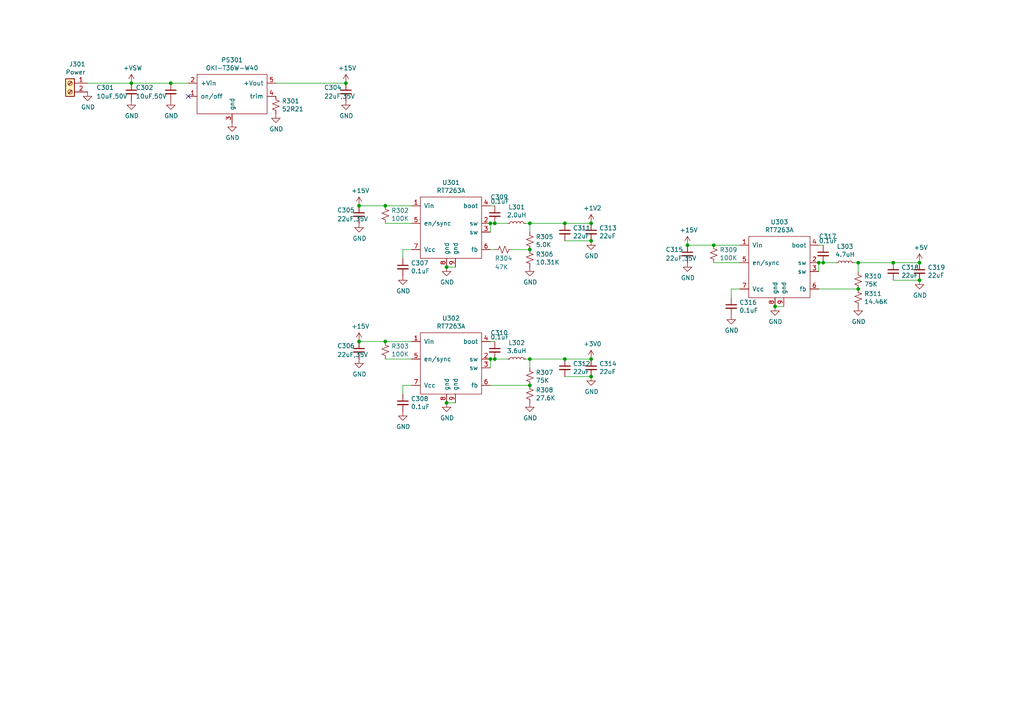
<source format=kicad_sch>
(kicad_sch (version 20230121) (generator eeschema)
  (paper "A4")
  (lib_symbols
    (symbol "Connector:Screw_Terminal_01x02" (pin_names (offset 1.016) hide)
      (property "Reference" "J" (at 0 2.54 0))
      (property "Value" "Screw_Terminal_01x02" (at 0 -5.08 0))
      (symbol "Screw_Terminal_01x02_1_1"
        (rectangle (start -1.27 1.27) (end 1.27 -3.81) (stroke (width 0.254)) (fill (type background)))
        (circle (center 0 -2.54) (radius 0.635) (stroke (width 0.1524)))
        (polyline (pts (xy -0.5334 -2.2098) (xy 0.3302 -3.048)) (stroke (width 0.1524)))
        (polyline (pts (xy -0.5334 0.3302) (xy 0.3302 -0.508)) (stroke (width 0.1524)))
        (polyline (pts (xy -0.3556 -2.032) (xy 0.508 -2.8702)) (stroke (width 0.1524)))
        (polyline (pts (xy -0.3556 0.508) (xy 0.508 -0.3302)) (stroke (width 0.1524)))
        (circle (center 0 0) (radius 0.635) (stroke (width 0.1524)))
        (pin passive line (at -5.08 0 0) (length 3.81) (name "Pin_1") (number "1"))
        (pin passive line (at -5.08 -2.54 0) (length 3.81) (name "Pin_2") (number "2"))
      )
    )
    (symbol "Device:C_Small" (pin_numbers hide) (pin_names (offset 0.254) hide)
      (property "Reference" "C" (at 0.254 1.778 0))
      (property "Value" "C_Small" (at 0.254 -2.032 0))
      (symbol "C_Small_0_1"
        (polyline (pts (xy -1.524 -0.508) (xy 1.524 -0.508)) (stroke (width 0.3302)))
        (polyline (pts (xy -1.524 0.508) (xy 1.524 0.508)) (stroke (width 0.3048)))
      )
      (symbol "C_Small_1_1"
        (pin passive line (at 0 2.54 270) (length 2.032) (name "~") (number "1"))
        (pin passive line (at 0 -2.54 90) (length 2.032) (name "~") (number "2"))
      )
    )
    (symbol "Device:L_Small" (pin_numbers hide) (pin_names (offset 0.254) hide)
      (property "Reference" "L" (at 0.762 1.016 0))
      (property "Value" "L_Small" (at 0.762 -1.016 0))
      (symbol "L_Small_0_1"
        (arc (start 0 -2.032) (mid 0.5058 -1.524) (end 0 -1.016))
        (arc (start 0 -1.016) (mid 0.5058 -0.508) (end 0 0))
        (arc (start 0 0) (mid 0.5058 0.508) (end 0 1.016))
        (arc (start 0 1.016) (mid 0.5058 1.524) (end 0 2.032))
      )
      (symbol "L_Small_1_1"
        (pin passive line (at 0 2.54 270) (length 0.508) (name "~") (number "1"))
        (pin passive line (at 0 -2.54 90) (length 0.508) (name "~") (number "2"))
      )
    )
    (symbol "Device:R_Small_US" (pin_numbers hide) (pin_names (offset 0.254) hide)
      (property "Reference" "R" (at 0.762 0.508 0))
      (property "Value" "R_Small_US" (at 0.762 -1.016 0))
      (symbol "R_Small_US_1_1"
        (polyline (pts (xy 0 0) (xy 1.016 -0.381) (xy 0 -0.762) (xy -1.016 -1.143) (xy 0 -1.524)))
        (polyline (pts (xy 0 1.524) (xy 1.016 1.143) (xy 0 0.762) (xy -1.016 0.381) (xy 0 0)))
        (pin passive line (at 0 2.54 270) (length 1.016) (name "~") (number "1"))
        (pin passive line (at 0 -2.54 90) (length 1.016) (name "~") (number "2"))
      )
    )
    (symbol "holo:OKI-T36W-W40" (pin_names (offset 1.016))
      (property "Reference" "PS" (at -8.89 6.35 0))
      (property "Value" "OKI-T36W-W40" (at -2.54 3.81 0))
      (symbol "OKI-T36W-W40_0_1"
        (rectangle (start -10.16 2.54) (end 10.16 -8.89))
      )
      (symbol "OKI-T36W-W40_1_1"
        (pin input line (at -12.7 -3.81 0) (length 2.54) (name "on/off") (number "1"))
        (pin input line (at -12.7 0 0) (length 2.54) (name "+Vin") (number "2"))
        (pin input line (at 0 -11.43 90) (length 2.54) (name "gnd") (number "3"))
        (pin input line (at 12.7 -3.81 180) (length 2.54) (name "trim") (number "4"))
        (pin input line (at 12.7 0 180) (length 2.54) (name "+Vout") (number "5"))
      )
    )
    (symbol "holo:RT7263A" (pin_names (offset 1.016))
      (property "Reference" "U" (at -2.54 15.24 0))
      (property "Value" "RT7263A" (at 1.27 12.7 0))
      (symbol "RT7263A_0_1"
        (rectangle (start -6.35 8.89) (end 11.43 -8.89))
      )
      (symbol "RT7263A_1_1"
        (pin power_in line (at -8.89 6.35 0) (length 2.54) (name "Vin") (number "1"))
        (pin power_in line (at 13.97 1.27 180) (length 2.54) (name "sw") (number "2"))
        (pin power_out line (at 13.97 -1.27 180) (length 2.54) (name "sw") (number "3"))
        (pin power_out line (at 13.97 6.35 180) (length 2.54) (name "boot") (number "4"))
        (pin power_out line (at -8.89 1.27 0) (length 2.54) (name "en/sync") (number "5"))
        (pin power_out line (at 13.97 -6.35 180) (length 2.54) (name "fb") (number "6"))
        (pin power_out line (at -8.89 -6.35 0) (length 2.54) (name "Vcc") (number "7"))
        (pin power_out line (at 1.27 -11.43 90) (length 2.54) (name "gnd") (number "8"))
        (pin power_out line (at 3.81 -11.43 90) (length 2.54) (name "gnd") (number "9"))
      )
    )
    (symbol "power:+15V" (power) (pin_names (offset 0))
      (property "Value" "+15V" (at 0 3.556 0))
      (symbol "+15V_0_1"
        (polyline (pts (xy -0.762 1.27) (xy 0 2.54)))
        (polyline (pts (xy 0 0) (xy 0 2.54)))
        (polyline (pts (xy 0 2.54) (xy 0.762 1.27)))
      )
      (symbol "+15V_1_1"
        (pin power_in line (at 0 0 90) (length 0) hide (name "+15V") (number "1"))
      )
    )
    (symbol "power:+1V2" (power) (pin_names (offset 0))
      (property "Value" "+1V2" (at 0 3.556 0))
      (symbol "+1V2_0_1"
        (polyline (pts (xy -0.762 1.27) (xy 0 2.54)))
        (polyline (pts (xy 0 0) (xy 0 2.54)))
        (polyline (pts (xy 0 2.54) (xy 0.762 1.27)))
      )
      (symbol "+1V2_1_1"
        (pin power_in line (at 0 0 90) (length 0) hide (name "+1V2") (number "1"))
      )
    )
    (symbol "power:+3V0" (power) (pin_names (offset 0))
      (property "Value" "+3V0" (at 0 3.556 0))
      (symbol "+3V0_0_1"
        (polyline (pts (xy -0.762 1.27) (xy 0 2.54)))
        (polyline (pts (xy 0 0) (xy 0 2.54)))
        (polyline (pts (xy 0 2.54) (xy 0.762 1.27)))
      )
      (symbol "+3V0_1_1"
        (pin power_in line (at 0 0 90) (length 0) hide (name "+3V0") (number "1"))
      )
    )
    (symbol "power:+5V" (power) (pin_names (offset 0))
      (property "Value" "+5V" (at 0 3.556 0))
      (symbol "+5V_0_1"
        (polyline (pts (xy -0.762 1.27) (xy 0 2.54)))
        (polyline (pts (xy 0 0) (xy 0 2.54)))
        (polyline (pts (xy 0 2.54) (xy 0.762 1.27)))
      )
      (symbol "+5V_1_1"
        (pin power_in line (at 0 0 90) (length 0) hide (name "+5V") (number "1"))
      )
    )
    (symbol "power:+VSW" (power) (pin_names (offset 0))
      (property "Value" "+VSW" (at 0 3.556 0))
      (symbol "+VSW_0_1"
        (polyline (pts (xy -0.762 1.27) (xy 0 2.54)))
        (polyline (pts (xy 0 0) (xy 0 2.54)))
        (polyline (pts (xy 0 2.54) (xy 0.762 1.27)))
      )
      (symbol "+VSW_1_1"
        (pin power_in line (at 0 0 90) (length 0) hide (name "+VSW") (number "1"))
      )
    )
    (symbol "power:GND" (power) (pin_names (offset 0))
      (property "Value" "GND" (at 0 -3.81 0))
      (symbol "GND_0_1"
        (polyline (pts (xy 0 0) (xy 0 -1.27) (xy 1.27 -1.27) (xy 0 -2.54) (xy -1.27 -1.27) (xy 0 -1.27)))
      )
      (symbol "GND_1_1"
        (pin power_in line (at 0 0 270) (length 0) hide (name "GND") (number "1"))
      )
    )
  )
  (junction (at 111.76 99.06))
  (junction (at 38.1 24.13))
  (junction (at 199.39 71.12))
  (junction (at 111.76 59.69))
  (junction (at 171.45 109.22))
  (junction (at 104.14 99.06))
  (junction (at 153.67 64.77))
  (junction (at 153.67 111.76))
  (junction (at 238.76 76.2))
  (junction (at 143.51 104.14))
  (junction (at 163.83 64.77))
  (junction (at 163.83 104.14))
  (junction (at 207.01 71.12))
  (junction (at 104.14 59.69))
  (junction (at 266.7 76.2))
  (junction (at 153.67 104.14))
  (junction (at 129.54 77.47))
  (junction (at 100.33 24.13))
  (junction (at 224.79 88.9))
  (junction (at 171.45 104.14))
  (junction (at 248.92 76.2))
  (junction (at 49.53 24.13))
  (junction (at 142.24 64.77))
  (junction (at 171.45 64.77))
  (junction (at 171.45 69.85))
  (junction (at 266.7 81.28))
  (junction (at 143.51 64.77))
  (junction (at 153.67 72.39))
  (junction (at 237.49 76.2))
  (junction (at 142.24 104.14))
  (junction (at 129.54 116.84))
  (junction (at 259.08 76.2))
  (junction (at 248.92 83.82))
  (no_connect (at 54.61 27.94))
  (wire (pts (xy 119.38 111.76) (xy 116.84 111.76)))
  (wire (pts (xy 38.1 24.13) (xy 49.53 24.13)))
  (wire (pts (xy 142.24 111.76) (xy 153.67 111.76)))
  (wire (pts (xy 111.76 64.77) (xy 119.38 64.77)))
  (wire (pts (xy 163.83 104.14) (xy 171.45 104.14)))
  (wire (pts (xy 142.24 67.31) (xy 142.24 64.77)))
  (wire (pts (xy 143.51 72.39) (xy 142.24 72.39)))
  (wire (pts (xy 153.67 67.31) (xy 153.67 64.77)))
  (wire (pts (xy 207.01 71.12) (xy 214.63 71.12)))
  (wire (pts (xy 104.14 59.69) (xy 111.76 59.69)))
  (wire (pts (xy 143.51 104.14) (xy 147.32 104.14)))
  (wire (pts (xy 248.92 78.74) (xy 248.92 76.2)))
  (wire (pts (xy 153.67 106.68) (xy 153.67 104.14)))
  (wire (pts (xy 142.24 106.68) (xy 142.24 104.14)))
  (wire (pts (xy 129.54 77.47) (xy 132.08 77.47)))
  (wire (pts (xy 238.76 76.2) (xy 242.57 76.2)))
  (wire (pts (xy 163.83 109.22) (xy 171.45 109.22)))
  (wire (pts (xy 148.59 72.39) (xy 153.67 72.39)))
  (wire (pts (xy 163.83 64.77) (xy 171.45 64.77)))
  (wire (pts (xy 142.24 64.77) (xy 143.51 64.77)))
  (wire (pts (xy 237.49 71.12) (xy 238.76 71.12)))
  (wire (pts (xy 111.76 59.69) (xy 119.38 59.69)))
  (wire (pts (xy 237.49 83.82) (xy 248.92 83.82)))
  (wire (pts (xy 247.65 76.2) (xy 248.92 76.2)))
  (wire (pts (xy 237.49 76.2) (xy 238.76 76.2)))
  (wire (pts (xy 212.09 83.82) (xy 212.09 86.36)))
  (wire (pts (xy 152.4 104.14) (xy 153.67 104.14)))
  (wire (pts (xy 207.01 76.2) (xy 214.63 76.2)))
  (wire (pts (xy 142.24 99.06) (xy 143.51 99.06)))
  (wire (pts (xy 104.14 99.06) (xy 111.76 99.06)))
  (wire (pts (xy 248.92 76.2) (xy 259.08 76.2)))
  (wire (pts (xy 80.01 24.13) (xy 100.33 24.13)))
  (wire (pts (xy 259.08 76.2) (xy 266.7 76.2)))
  (wire (pts (xy 142.24 59.69) (xy 143.51 59.69)))
  (wire (pts (xy 163.83 69.85) (xy 171.45 69.85)))
  (wire (pts (xy 199.39 71.12) (xy 207.01 71.12)))
  (wire (pts (xy 49.53 24.13) (xy 54.61 24.13)))
  (wire (pts (xy 153.67 104.14) (xy 163.83 104.14)))
  (wire (pts (xy 152.4 64.77) (xy 153.67 64.77)))
  (wire (pts (xy 142.24 104.14) (xy 143.51 104.14)))
  (wire (pts (xy 143.51 64.77) (xy 147.32 64.77)))
  (wire (pts (xy 153.67 64.77) (xy 163.83 64.77)))
  (wire (pts (xy 111.76 99.06) (xy 119.38 99.06)))
  (wire (pts (xy 111.76 104.14) (xy 119.38 104.14)))
  (wire (pts (xy 214.63 83.82) (xy 212.09 83.82)))
  (wire (pts (xy 25.4 24.13) (xy 38.1 24.13)))
  (wire (pts (xy 116.84 72.39) (xy 116.84 74.93)))
  (wire (pts (xy 259.08 81.28) (xy 266.7 81.28)))
  (wire (pts (xy 116.84 111.76) (xy 116.84 114.3)))
  (wire (pts (xy 224.79 88.9) (xy 227.33 88.9)))
  (wire (pts (xy 119.38 72.39) (xy 116.84 72.39)))
  (wire (pts (xy 129.54 116.84) (xy 132.08 116.84)))
  (wire (pts (xy 237.49 78.74) (xy 237.49 76.2)))
  (symbol (lib_id "Device:C_Small") (at 163.83 67.31 0) (unit 1)
    (property "Reference" "C311" (at 166.1668 66.1416 0) (effects (justify left)))
    (property "Value" "22uF" (at 166.1668 68.453 0) (effects (justify left)))
    (property "Footprint" "Capacitor_SMD:C_1210_3225Metric" (effects hide))
    (property "Datasheet" "1276-1851-1-ND" (effects hide))
  )
  (symbol (lib_id "power:+3V0") (at 171.45 104.14 0) (unit 1)
    (property "Reference" "#PWR0321" (effects hide))
    (property "Value" "+3V0" (at 171.831 99.7458 0))
  )
  (symbol (lib_id "power:+1V2") (at 171.45 64.77 0) (unit 1)
    (property "Reference" "#PWR0319" (effects hide))
    (property "Value" "+1V2" (at 171.831 60.3758 0))
  )
  (symbol (lib_id "Connector:Screw_Terminal_01x02") (at 20.32 24.13 0) (mirror y) (unit 1)
    (property "Reference" "J301" (at 22.4028 18.6182 0))
    (property "Value" "Power " (at 22.4028 20.9296 0))
    (property "Footprint" "Connector_Molex:Molex_70555_RA_1x02_P2.54" (effects hide))
    (property "Datasheet" "WM14786" (effects hide))
  )
  (symbol (lib_id "power:GND") (at 25.4 26.67 0) (unit 1)
    (property "Reference" "#PWR0301" (effects hide))
    (property "Value" "GND" (at 25.527 31.0642 0))
  )
  (symbol (lib_id "Device:C_Small") (at 116.84 77.47 0) (unit 1)
    (property "Reference" "C307" (at 119.1768 76.3016 0) (effects (justify left)))
    (property "Value" "0.1uF" (at 119.1768 78.613 0) (effects (justify left)))
    (property "Footprint" "Capacitor_SMD:C_0402_1005Metric" (effects hide))
    (property "Datasheet" "1276-1044-1-ND" (effects hide))
  )
  (symbol (lib_id "Device:C_Small") (at 171.45 67.31 0) (unit 1)
    (property "Reference" "C313" (at 173.7868 66.1416 0) (effects (justify left)))
    (property "Value" "22uF" (at 173.7868 68.453 0) (effects (justify left)))
    (property "Footprint" "Capacitor_SMD:C_1210_3225Metric" (effects hide))
    (property "Datasheet" "1276-1851-1-ND" (effects hide))
  )
  (symbol (lib_id "power:GND") (at 129.54 77.47 0) (unit 1)
    (property "Reference" "#PWR0315" (effects hide))
    (property "Value" "GND" (at 129.667 81.8642 0))
  )
  (symbol (lib_id "Device:C_Small") (at 104.14 62.23 0) (unit 1)
    (property "Reference" "C305" (at 97.79 60.96 0) (effects (justify left)))
    (property "Value" "22uF,35V" (at 97.79 63.5 0) (effects (justify left)))
    (property "Footprint" "Capacitor_SMD:C_1210_3225Metric" (effects hide))
    (property "Datasheet" "587-5853-1-ND" (effects hide))
  )
  (symbol (lib_id "power:+15V") (at 104.14 59.69 0) (unit 1)
    (property "Reference" "#PWR0309" (effects hide))
    (property "Value" "+15V" (at 104.521 55.2958 0))
  )
  (symbol (lib_id "power:GND") (at 104.14 64.77 0) (unit 1)
    (property "Reference" "#PWR0310" (effects hide))
    (property "Value" "GND" (at 104.267 69.1642 0))
  )
  (symbol (lib_id "Device:R_Small_US") (at 153.67 69.85 0) (unit 1)
    (property "Reference" "R305" (at 155.3972 68.6816 0) (effects (justify left)))
    (property "Value" "5.0K" (at 155.3972 70.993 0) (effects (justify left)))
    (property "Footprint" "Resistor_SMD:R_0402_1005Metric" (effects hide))
    (property "Datasheet" "541-3972-1-ND" (effects hide))
  )
  (symbol (lib_id "Device:R_Small_US") (at 153.67 74.93 0) (unit 1)
    (property "Reference" "R306" (at 155.3972 73.7616 0) (effects (justify left)))
    (property "Value" "10.31K" (at 155.3972 76.073 0) (effects (justify left)))
    (property "Footprint" "Resistor_SMD:R_0402_1005Metric" (effects hide))
    (property "Datasheet" "RR12P10.2KDCT-ND" (effects hide))
  )
  (symbol (lib_id "Device:L_Small") (at 149.86 64.77 90) (unit 1)
    (property "Reference" "L301" (at 149.86 60.071 90))
    (property "Value" "2.0uH" (at 149.86 62.3824 90))
    (property "Footprint" "holo:NR8040" (effects hide))
    (property "Datasheet" "587-1997-1-ND" (effects hide))
  )
  (symbol (lib_id "power:GND") (at 153.67 77.47 0) (unit 1)
    (property "Reference" "#PWR0317" (effects hide))
    (property "Value" "GND" (at 153.797 81.8642 0))
  )
  (symbol (lib_id "power:GND") (at 171.45 69.85 0) (unit 1)
    (property "Reference" "#PWR0320" (effects hide))
    (property "Value" "GND" (at 171.577 74.2442 0))
  )
  (symbol (lib_id "holo:RT7263A") (at 128.27 66.04 0) (unit 1)
    (property "Reference" "U301" (at 130.81 52.959 0))
    (property "Value" "RT7263A" (at 130.81 55.2704 0))
    (property "Footprint" "holo:SOP-EP-8_3.9x4.9mm_P1.27mm" (effects hide))
    (property "Datasheet" "1028-1217-1-ND" (effects hide))
  )
  (symbol (lib_id "Device:R_Small_US") (at 146.05 72.39 270) (unit 1)
    (property "Reference" "R304" (at 143.51 74.93 90) (effects (justify left)))
    (property "Value" "47K" (at 143.51 77.47 90) (effects (justify left)))
    (property "Footprint" "Resistor_SMD:R_0402_1005Metric" (effects hide))
    (property "Datasheet" "541-3966-1-ND" (effects hide))
  )
  (symbol (lib_id "power:GND") (at 116.84 80.01 0) (unit 1)
    (property "Reference" "#PWR0313" (effects hide))
    (property "Value" "GND" (at 116.967 84.4042 0))
  )
  (symbol (lib_id "Device:C_Small") (at 143.51 62.23 0) (unit 1)
    (property "Reference" "C309" (at 142.24 57.15 0) (effects (justify left)))
    (property "Value" "0.1uF" (at 142.24 58.42 0) (effects (justify left)))
    (property "Footprint" "Capacitor_SMD:C_0402_1005Metric" (effects hide))
    (property "Datasheet" "1276-1044-1-ND" (effects hide))
  )
  (symbol (lib_id "Device:R_Small_US") (at 111.76 62.23 0) (unit 1)
    (property "Reference" "R302" (at 113.4872 61.0616 0) (effects (justify left)))
    (property "Value" "100K" (at 113.4872 63.373 0) (effects (justify left)))
    (property "Footprint" "Resistor_SMD:R_0402_1005Metric" (effects hide))
    (property "Datasheet" "RMCS0402JT100KCT-ND" (effects hide))
  )
  (symbol (lib_id "Device:C_Small") (at 116.84 116.84 0) (unit 1)
    (property "Reference" "C308" (at 119.1768 115.6716 0) (effects (justify left)))
    (property "Value" "0.1uF" (at 119.1768 117.983 0) (effects (justify left)))
    (property "Footprint" "Capacitor_SMD:C_0402_1005Metric" (effects hide))
    (property "Datasheet" "1276-1044-1-ND" (effects hide))
  )
  (symbol (lib_id "power:GND") (at 129.54 116.84 0) (unit 1)
    (property "Reference" "#PWR0316" (effects hide))
    (property "Value" "GND" (at 129.667 121.2342 0))
  )
  (symbol (lib_id "Device:C_Small") (at 171.45 106.68 0) (unit 1)
    (property "Reference" "C314" (at 173.7868 105.5116 0) (effects (justify left)))
    (property "Value" "22uF" (at 173.7868 107.823 0) (effects (justify left)))
    (property "Footprint" "Capacitor_SMD:C_1210_3225Metric" (effects hide))
    (property "Datasheet" "1276-1851-1-ND" (effects hide))
  )
  (symbol (lib_id "power:GND") (at 171.45 109.22 0) (unit 1)
    (property "Reference" "#PWR0322" (effects hide))
    (property "Value" "GND" (at 171.577 113.6142 0))
  )
  (symbol (lib_id "power:GND") (at 153.67 116.84 0) (unit 1)
    (property "Reference" "#PWR0318" (effects hide))
    (property "Value" "GND" (at 153.797 121.2342 0))
  )
  (symbol (lib_id "Device:L_Small") (at 149.86 104.14 90) (unit 1)
    (property "Reference" "L302" (at 149.86 99.441 90))
    (property "Value" "3.6uH" (at 149.86 101.7524 90))
    (property "Footprint" "holo:NR8040" (effects hide))
    (property "Datasheet" "587-1998-1-ND" (effects hide))
  )
  (symbol (lib_id "Device:R_Small_US") (at 153.67 114.3 0) (unit 1)
    (property "Reference" "R308" (at 155.3972 113.1316 0) (effects (justify left)))
    (property "Value" "27.6K" (at 155.3972 115.443 0) (effects (justify left)))
    (property "Footprint" "Resistor_SMD:R_0402_1005Metric" (effects hide))
    (property "Datasheet" "‎311-27.4KLRCT-ND‎" (effects hide))
  )
  (symbol (lib_id "Device:R_Small_US") (at 153.67 109.22 0) (unit 1)
    (property "Reference" "R307" (at 155.3972 108.0516 0) (effects (justify left)))
    (property "Value" "75K" (at 155.3972 110.363 0) (effects (justify left)))
    (property "Footprint" "Resistor_SMD:R_0402_1005Metric" (effects hide))
    (property "Datasheet" "541-5078-1-ND" (effects hide))
  )
  (symbol (lib_id "power:GND") (at 104.14 104.14 0) (unit 1)
    (property "Reference" "#PWR0312" (effects hide))
    (property "Value" "GND" (at 104.267 108.5342 0))
  )
  (symbol (lib_id "power:+15V") (at 104.14 99.06 0) (unit 1)
    (property "Reference" "#PWR0311" (effects hide))
    (property "Value" "+15V" (at 104.521 94.6658 0))
  )
  (symbol (lib_id "Device:C_Small") (at 104.14 101.6 0) (unit 1)
    (property "Reference" "C306" (at 97.79 100.33 0) (effects (justify left)))
    (property "Value" "22uF,35V" (at 97.79 102.87 0) (effects (justify left)))
    (property "Footprint" "Capacitor_SMD:C_1210_3225Metric" (effects hide))
    (property "Datasheet" "587-5853-1-ND" (effects hide))
  )
  (symbol (lib_id "Device:C_Small") (at 163.83 106.68 0) (unit 1)
    (property "Reference" "C312" (at 166.1668 105.5116 0) (effects (justify left)))
    (property "Value" "22uF" (at 166.1668 107.823 0) (effects (justify left)))
    (property "Footprint" "Capacitor_SMD:C_1210_3225Metric" (effects hide))
    (property "Datasheet" "1276-1851-1-ND" (effects hide))
  )
  (symbol (lib_id "holo:RT7263A") (at 128.27 105.41 0) (unit 1)
    (property "Reference" "U302" (at 130.81 92.329 0))
    (property "Value" "RT7263A" (at 130.81 94.6404 0))
    (property "Footprint" "holo:SOP-EP-8_3.9x4.9mm_P1.27mm" (effects hide))
    (property "Datasheet" "1028-1217-1-ND" (effects hide))
  )
  (symbol (lib_id "power:GND") (at 116.84 119.38 0) (unit 1)
    (property "Reference" "#PWR0314" (effects hide))
    (property "Value" "GND" (at 116.967 123.7742 0))
  )
  (symbol (lib_id "Device:C_Small") (at 143.51 101.6 0) (unit 1)
    (property "Reference" "C310" (at 142.24 96.52 0) (effects (justify left)))
    (property "Value" "0.1uF" (at 142.24 97.79 0) (effects (justify left)))
    (property "Footprint" "Capacitor_SMD:C_0402_1005Metric" (effects hide))
    (property "Datasheet" "1276-1044-1-ND" (effects hide))
  )
  (symbol (lib_id "Device:R_Small_US") (at 111.76 101.6 0) (unit 1)
    (property "Reference" "R303" (at 113.4872 100.4316 0) (effects (justify left)))
    (property "Value" "100K" (at 113.4872 102.743 0) (effects (justify left)))
    (property "Footprint" "Resistor_SMD:R_0402_1005Metric" (effects hide))
    (property "Datasheet" "RMCS0402JT100KCT-ND" (effects hide))
  )
  (symbol (lib_id "Device:C_Small") (at 212.09 88.9 0) (unit 1)
    (property "Reference" "C316" (at 214.4268 87.7316 0) (effects (justify left)))
    (property "Value" "0.1uF" (at 214.4268 90.043 0) (effects (justify left)))
    (property "Footprint" "Capacitor_SMD:C_0402_1005Metric" (effects hide))
    (property "Datasheet" "1276-1044-1-ND" (effects hide))
  )
  (symbol (lib_id "power:GND") (at 224.79 88.9 0) (unit 1)
    (property "Reference" "#PWR0326" (effects hide))
    (property "Value" "GND" (at 224.917 93.2942 0))
  )
  (symbol (lib_id "Device:C_Small") (at 266.7 78.74 0) (unit 1)
    (property "Reference" "C319" (at 269.0368 77.5716 0) (effects (justify left)))
    (property "Value" "22uF" (at 269.0368 79.883 0) (effects (justify left)))
    (property "Footprint" "Capacitor_SMD:C_1210_3225Metric" (effects hide))
    (property "Datasheet" "1276-1851-1-ND" (effects hide))
  )
  (symbol (lib_id "power:GND") (at 266.7 81.28 0) (unit 1)
    (property "Reference" "#PWR0329" (effects hide))
    (property "Value" "GND" (at 266.827 85.6742 0))
  )
  (symbol (lib_id "power:GND") (at 248.92 88.9 0) (unit 1)
    (property "Reference" "#PWR0327" (effects hide))
    (property "Value" "GND" (at 249.047 93.2942 0))
  )
  (symbol (lib_id "Device:L_Small") (at 245.11 76.2 90) (unit 1)
    (property "Reference" "L303" (at 245.11 71.501 90))
    (property "Value" "4.7uH" (at 245.11 73.8124 90))
    (property "Footprint" "holo:NR8040" (effects hide))
    (property "Datasheet" "587-1999-1-ND" (effects hide))
  )
  (symbol (lib_id "Device:R_Small_US") (at 248.92 86.36 0) (unit 1)
    (property "Reference" "R311" (at 250.6472 85.1916 0) (effects (justify left)))
    (property "Value" "14.46K" (at 250.6472 87.503 0) (effects (justify left)))
    (property "Footprint" "Resistor_SMD:R_0402_1005Metric" (effects hide))
  )
  (symbol (lib_id "Device:R_Small_US") (at 248.92 81.28 0) (unit 1)
    (property "Reference" "R310" (at 250.6472 80.1116 0) (effects (justify left)))
    (property "Value" "75K" (at 250.6472 82.423 0) (effects (justify left)))
    (property "Footprint" "Resistor_SMD:R_0402_1005Metric" (effects hide))
    (property "Datasheet" "541-5078-1-ND" (effects hide))
  )
  (symbol (lib_id "power:GND") (at 199.39 76.2 0) (unit 1)
    (property "Reference" "#PWR0324" (effects hide))
    (property "Value" "GND" (at 199.517 80.5942 0))
  )
  (symbol (lib_id "power:+15V") (at 199.39 71.12 0) (unit 1)
    (property "Reference" "#PWR0323" (effects hide))
    (property "Value" "+15V" (at 199.771 66.7258 0))
  )
  (symbol (lib_id "Device:C_Small") (at 199.39 73.66 0) (unit 1)
    (property "Reference" "C315" (at 193.04 72.39 0) (effects (justify left)))
    (property "Value" "22uF,35V" (at 193.04 74.93 0) (effects (justify left)))
    (property "Footprint" "Capacitor_SMD:C_1210_3225Metric" (effects hide))
    (property "Datasheet" "587-5853-1-ND" (effects hide))
  )
  (symbol (lib_id "Device:C_Small") (at 259.08 78.74 0) (unit 1)
    (property "Reference" "C318" (at 261.4168 77.5716 0) (effects (justify left)))
    (property "Value" "22uF" (at 261.4168 79.883 0) (effects (justify left)))
    (property "Footprint" "Capacitor_SMD:C_1210_3225Metric" (effects hide))
    (property "Datasheet" "1276-1851-1-ND" (effects hide))
  )
  (symbol (lib_id "holo:RT7263A") (at 223.52 77.47 0) (unit 1)
    (property "Reference" "U303" (at 226.06 64.389 0))
    (property "Value" "RT7263A" (at 226.06 66.7004 0))
    (property "Footprint" "holo:SOP-EP-8_3.9x4.9mm_P1.27mm" (effects hide))
    (property "Datasheet" "1028-1217-1-ND" (effects hide))
  )
  (symbol (lib_id "power:GND") (at 212.09 91.44 0) (unit 1)
    (property "Reference" "#PWR0325" (effects hide))
    (property "Value" "GND" (at 212.217 95.8342 0))
  )
  (symbol (lib_id "Device:C_Small") (at 238.76 73.66 0) (unit 1)
    (property "Reference" "C317" (at 237.49 68.58 0) (effects (justify left)))
    (property "Value" "0.1uF" (at 237.49 69.85 0) (effects (justify left)))
    (property "Footprint" "Capacitor_SMD:C_0402_1005Metric" (effects hide))
    (property "Datasheet" "1276-1044-1-ND" (effects hide))
  )
  (symbol (lib_id "Device:R_Small_US") (at 207.01 73.66 0) (unit 1)
    (property "Reference" "R309" (at 208.7372 72.4916 0) (effects (justify left)))
    (property "Value" "100K" (at 208.7372 74.803 0) (effects (justify left)))
    (property "Footprint" "Resistor_SMD:R_0402_1005Metric" (effects hide))
    (property "Datasheet" "RMCS0402JT100KCT-ND" (effects hide))
  )
  (symbol (lib_id "power:+5V") (at 266.7 76.2 0) (unit 1)
    (property "Reference" "#PWR0328" (effects hide))
    (property "Value" "+5V" (at 267.081 71.8058 0))
  )
  (symbol (lib_id "power:GND") (at 67.31 35.56 0) (unit 1)
    (property "Reference" "#PWR0304" (effects hide))
    (property "Value" "GND" (at 67.437 39.9542 0))
  )
  (symbol (lib_id "Device:R_Small_US") (at 80.01 30.48 0) (unit 1)
    (property "Reference" "R301" (at 81.7372 29.3116 0) (effects (justify left)))
    (property "Value" "52R21" (at 81.7372 31.623 0) (effects (justify left)))
    (property "Footprint" "Resistor_SMD:R_0603_1608Metric" (effects hide))
    (property "Datasheet" "RMCF0603FT26R1CT-ND" (effects hide))
  )
  (symbol (lib_id "power:GND") (at 80.01 33.02 0) (unit 1)
    (property "Reference" "#PWR0305" (effects hide))
    (property "Value" "GND" (at 80.137 37.4142 0))
  )
  (symbol (lib_id "power:+15V") (at 100.33 24.13 0) (unit 1)
    (property "Reference" "#PWR0307" (effects hide))
    (property "Value" "+15V" (at 100.711 19.7358 0))
  )
  (symbol (lib_id "Device:C_Small") (at 100.33 26.67 0) (unit 1)
    (property "Reference" "C304" (at 93.98 25.4 0) (effects (justify left)))
    (property "Value" "22uF,35V" (at 93.98 27.94 0) (effects (justify left)))
    (property "Footprint" "Capacitor_SMD:C_1210_3225Metric" (effects hide))
    (property "Datasheet" "587-5853-1-ND" (effects hide))
  )
  (symbol (lib_id "power:GND") (at 100.33 29.21 0) (unit 1)
    (property "Reference" "#PWR0308" (effects hide))
    (property "Value" "GND" (at 100.457 33.6042 0))
  )
  (symbol (lib_id "Device:C_Small") (at 38.1 26.67 0) (unit 1)
    (property "Reference" "C301" (at 27.94 25.4 0) (effects (justify left)))
    (property "Value" "10uF,50V" (at 27.94 27.94 0) (effects (justify left)))
    (property "Footprint" "Resistor_SMD:R_1210_3225Metric" (effects hide))
    (property "Datasheet" "587-5961-1-ND" (effects hide))
  )
  (symbol (lib_id "power:GND") (at 38.1 29.21 0) (unit 1)
    (property "Reference" "#PWR0302" (effects hide))
    (property "Value" "GND" (at 38.227 33.6042 0))
  )
  (symbol (lib_id "Device:C_Small") (at 49.53 26.67 0) (unit 1)
    (property "Reference" "C302" (at 39.37 25.4 0) (effects (justify left)))
    (property "Value" "10uF,50V" (at 39.37 27.94 0) (effects (justify left)))
    (property "Footprint" "Resistor_SMD:R_1210_3225Metric" (effects hide))
    (property "Datasheet" "587-5961-1-ND" (effects hide))
  )
  (symbol (lib_id "power:GND") (at 49.53 29.21 0) (unit 1)
    (property "Reference" "#PWR0303" (effects hide))
    (property "Value" "GND" (at 49.657 33.6042 0))
  )
  (symbol (lib_id "holo:OKI-T36W-W40") (at 67.31 24.13 0) (unit 1)
    (property "Reference" "PS301" (at 67.31 17.399 0))
    (property "Value" "OKI-T36W-W40" (at 67.31 19.7104 0))
    (property "Footprint" "holo:OKI-T-36W-W40" (effects hide))
    (property "Datasheet" "811-3132-1-ND" (effects hide))
  )
  (symbol (lib_id "power:+VSW") (at 38.1 24.13 0) (unit 1)
    (property "Reference" "#PWR0130" (effects hide))
    (property "Value" "+VSW" (at 38.481 19.7358 0))
  )
)
</source>
